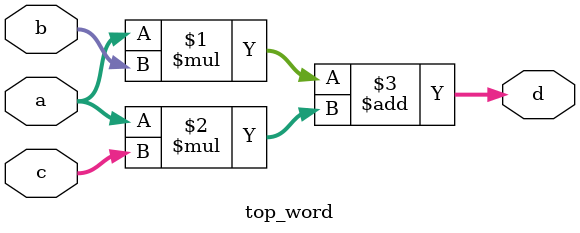
<source format=v>
module top_word(a, b, c, d);
input [7:0] a;
input [7:0] b;
input [7:0] c;
output [7:0] d;

assign d = a*b + a*c;

endmodule

</source>
